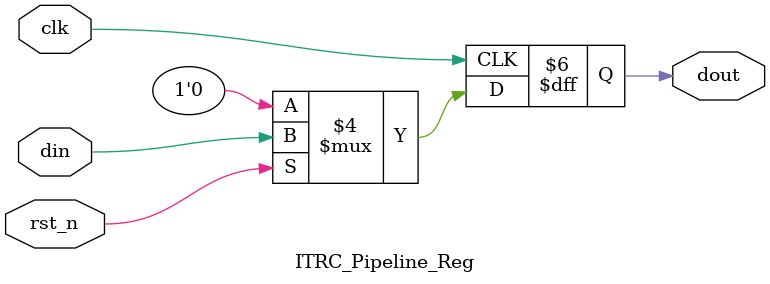
<source format=sv>
module ITRC_Timeout #(
    parameter TIMEOUT_CYCLES = 100
)(
    input clk,
    input rst_n,
    input int_req,
    input int_ack,
    output reg timeout
);

    // Stage 1 signals
    wire [$clog2(TIMEOUT_CYCLES):0] counter_stage1;
    wire timeout_stage1;
    reg int_req_stage1;
    reg int_ack_stage1;

    // Stage 2 signals
    wire [$clog2(TIMEOUT_CYCLES):0] counter_stage2;
    wire timeout_stage2;
    reg int_req_stage2;
    reg int_ack_stage2;

    // Stage 1 counter
    ITRC_Counter #(
        .TIMEOUT_CYCLES(TIMEOUT_CYCLES)
    ) counter_stage1_inst (
        .clk(clk),
        .rst_n(rst_n),
        .int_req(int_req),
        .int_ack(int_ack),
        .counter(counter_stage1),
        .timeout(timeout_stage1)
    );

    // Stage 1 pipeline registers
    ITRC_Pipeline_Reg #(
        .WIDTH(1)
    ) int_req_reg_stage1 (
        .clk(clk),
        .rst_n(rst_n),
        .din(int_req),
        .dout(int_req_stage1)
    );

    ITRC_Pipeline_Reg #(
        .WIDTH(1)
    ) int_ack_reg_stage1 (
        .clk(clk),
        .rst_n(rst_n),
        .din(int_ack),
        .dout(int_ack_stage1)
    );

    // Stage 2 pipeline registers
    ITRC_Pipeline_Reg #(
        .WIDTH($clog2(TIMEOUT_CYCLES)+1)
    ) counter_reg_stage2 (
        .clk(clk),
        .rst_n(rst_n),
        .din(counter_stage1),
        .dout(counter_stage2)
    );

    ITRC_Pipeline_Reg #(
        .WIDTH(1)
    ) int_req_reg_stage2 (
        .clk(clk),
        .rst_n(rst_n),
        .din(int_req_stage1),
        .dout(int_req_stage2)
    );

    ITRC_Pipeline_Reg #(
        .WIDTH(1)
    ) int_ack_reg_stage2 (
        .clk(clk),
        .rst_n(rst_n),
        .din(int_ack_stage1),
        .dout(int_ack_stage2)
    );

    ITRC_Pipeline_Reg #(
        .WIDTH(1)
    ) timeout_reg_stage2 (
        .clk(clk),
        .rst_n(rst_n),
        .din(timeout_stage1),
        .dout(timeout_stage2)
    );

    // Output stage
    ITRC_Pipeline_Reg #(
        .WIDTH(1)
    ) timeout_output (
        .clk(clk),
        .rst_n(rst_n),
        .din(timeout_stage2),
        .dout(timeout)
    );

endmodule

// Counter Module
module ITRC_Counter #(
    parameter TIMEOUT_CYCLES = 100
)(
    input clk,
    input rst_n,
    input int_req,
    input int_ack,
    output reg [$clog2(TIMEOUT_CYCLES):0] counter,
    output reg timeout
);

    // Counter logic
    always @(posedge clk) begin
        if (!rst_n) begin
            counter <= 0;
        end else if (int_req && !int_ack) begin
            if (counter < TIMEOUT_CYCLES) begin
                counter <= counter + 1;
            end
        end else begin
            counter <= 0;
        end
    end

    // Timeout logic
    always @(posedge clk) begin
        if (!rst_n) begin
            timeout <= 0;
        end else if (int_req && !int_ack) begin
            timeout <= (counter >= TIMEOUT_CYCLES);
        end else begin
            timeout <= 0;
        end
    end

endmodule

// Pipeline Register Module
module ITRC_Pipeline_Reg #(
    parameter WIDTH = 1
)(
    input clk,
    input rst_n,
    input [WIDTH-1:0] din,
    output reg [WIDTH-1:0] dout
);

    always @(posedge clk) begin
        if (!rst_n) begin
            dout <= 0;
        end else begin
            dout <= din;
        end
    end

endmodule
</source>
